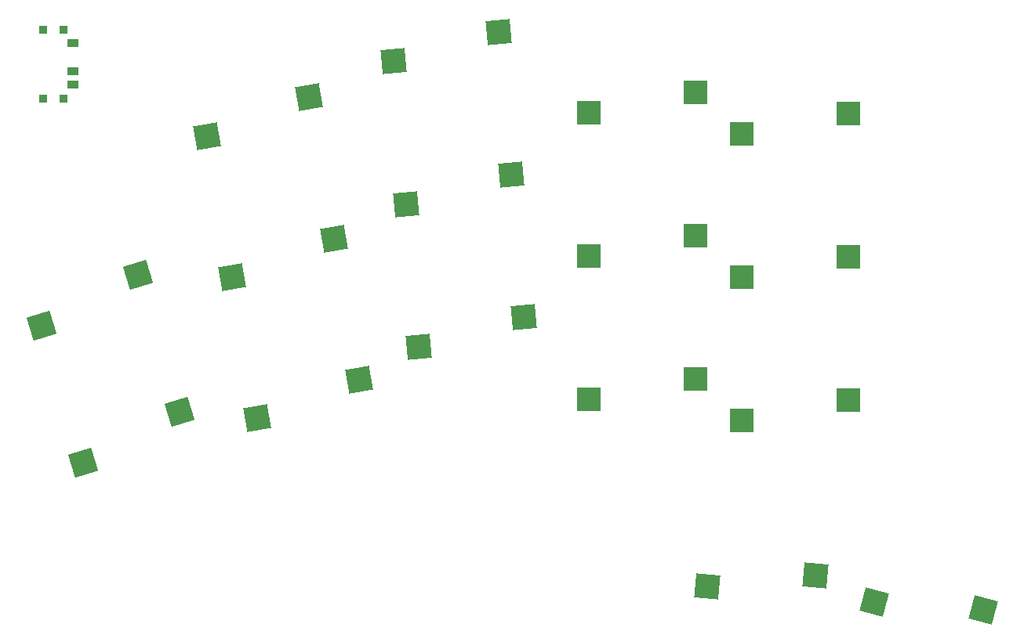
<source format=gbr>
%TF.GenerationSoftware,KiCad,Pcbnew,(6.0.4-0)*%
%TF.CreationDate,2022-06-15T11:09:27+02:00*%
%TF.ProjectId,konafa_min,6b6f6e61-6661-45f6-9d69-6e2e6b696361,v1.0.0*%
%TF.SameCoordinates,Original*%
%TF.FileFunction,Paste,Top*%
%TF.FilePolarity,Positive*%
%FSLAX46Y46*%
G04 Gerber Fmt 4.6, Leading zero omitted, Abs format (unit mm)*
G04 Created by KiCad (PCBNEW (6.0.4-0)) date 2022-06-15 11:09:27*
%MOMM*%
%LPD*%
G01*
G04 APERTURE LIST*
G04 Aperture macros list*
%AMRotRect*
0 Rectangle, with rotation*
0 The origin of the aperture is its center*
0 $1 length*
0 $2 width*
0 $3 Rotation angle, in degrees counterclockwise*
0 Add horizontal line*
21,1,$1,$2,0,0,$3*%
G04 Aperture macros list end*
%ADD10RotRect,2.600000X2.600000X345.000000*%
%ADD11RotRect,2.600000X2.600000X10.000000*%
%ADD12RotRect,2.600000X2.600000X355.000000*%
%ADD13RotRect,2.600000X2.600000X17.000000*%
%ADD14RotRect,2.600000X2.600000X5.000000*%
%ADD15R,2.600000X2.600000*%
%ADD16R,0.900000X0.900000*%
%ADD17R,1.250000X0.900000*%
G04 APERTURE END LIST*
D10*
%TO.C,S15*%
X295408301Y-123069544D03*
X283682456Y-122205220D03*
%TD*%
D11*
%TO.C,S3*%
X228012910Y-98191827D03*
X217020406Y-102364040D03*
%TD*%
D12*
%TO.C,S14*%
X277312088Y-119348142D03*
X265614297Y-120533120D03*
%TD*%
D13*
%TO.C,S1*%
X208668478Y-101692343D03*
X198266375Y-107173105D03*
%TD*%
D14*
%TO.C,S6*%
X245818021Y-91461270D03*
X234503715Y-94659546D03*
%TD*%
D15*
%TO.C,S13*%
X280876998Y-69380746D03*
X269326998Y-71580745D03*
%TD*%
D11*
%TO.C,S5*%
X222629817Y-67662787D03*
X211637313Y-71835000D03*
%TD*%
D15*
%TO.C,S13*%
X280886999Y-84882001D03*
X269336999Y-87082000D03*
%TD*%
%TO.C,S11*%
X264386999Y-67132001D03*
X252836999Y-69332000D03*
%TD*%
%TO.C,S12*%
X280886999Y-100382001D03*
X269336999Y-102582000D03*
%TD*%
D14*
%TO.C,S8*%
X243116192Y-60579234D03*
X231801886Y-63777510D03*
%TD*%
D15*
%TO.C,S9*%
X264386999Y-98132001D03*
X252836999Y-100332000D03*
%TD*%
%TO.C,S10*%
X264386999Y-82632001D03*
X252836999Y-84832000D03*
%TD*%
D13*
%TO.C,S2*%
X204136717Y-86869619D03*
X193734614Y-92350381D03*
%TD*%
D16*
%TO.C,T1*%
X196121762Y-60365501D03*
X193921762Y-67765501D03*
X193921762Y-60365501D03*
X196121762Y-67765501D03*
D17*
X197096762Y-61815501D03*
X197096762Y-64815501D03*
X197096762Y-66315501D03*
%TD*%
D11*
%TO.C,S4*%
X225321363Y-82927307D03*
X214328859Y-87099520D03*
%TD*%
D14*
%TO.C,S7*%
X244467107Y-76020252D03*
X233152801Y-79218528D03*
%TD*%
M02*

</source>
